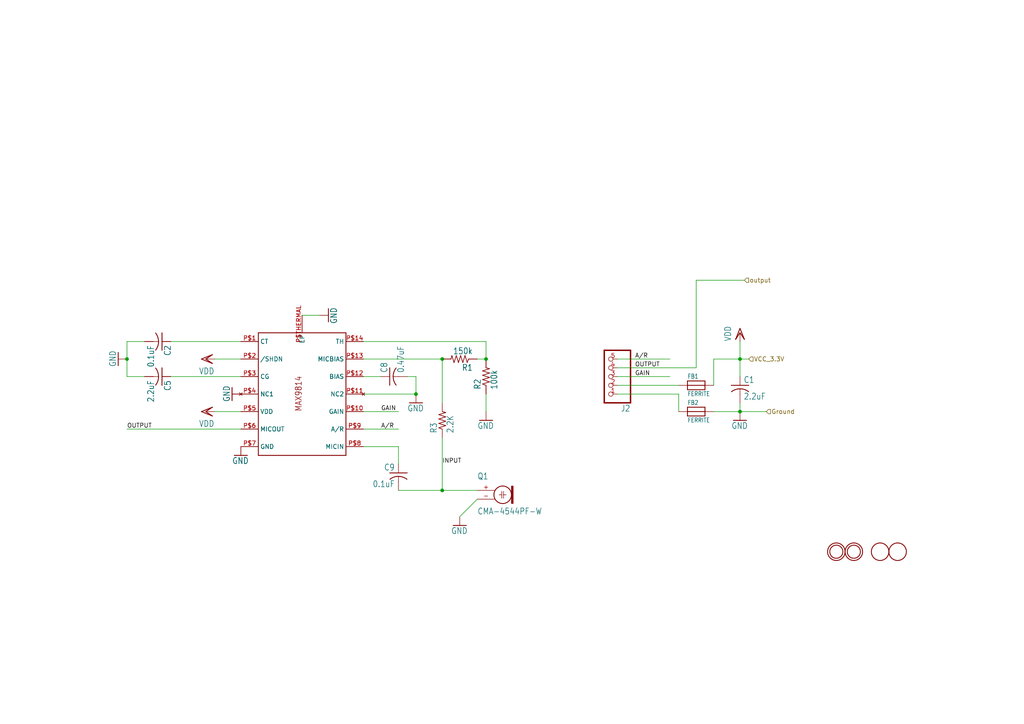
<source format=kicad_sch>
(kicad_sch (version 20231120) (generator "eeschema") (generator_version "8.0")
  (paper "A4")
  (lib_symbols
    (symbol "Adafruit MAX9814-eagle-import:C-USC0805K"
      (property "Reference" "C" (at 1.016 0.635 0))
      (symbol "C-USC0805K_1_0"
        (arc (start 0 -1.0161) (mid -1.302 -1.2303) (end -2.4668 -1.8504) (stroke (width 0.254)))
        (polyline (pts (xy -2.54 0) (xy 2.54 0)) (stroke (width 0.254)))
        (polyline (pts (xy 0 -1.016) (xy 0 -2.54)) (stroke (width 0.1524)))
        (arc (start 2.4892 -1.8541) (mid 1.3158 -1.2194) (end 0 -1) (stroke (width 0.254)))
        (pin passive line (at 0 2.54 270) (length 2.54) (name "1") (number "1"))
        (pin passive line (at 0 -5.08 90) (length 2.54) (name "2") (number "2"))
      )
    )
    (symbol "Adafruit MAX9814-eagle-import:ELECTRET"
      (property "Reference" "Q" (at -5.08 -7.62 0))
      (symbol "ELECTRET_1_0"
        (polyline (pts (xy 1.27 -1.27) (xy 2.032 -1.27)) (stroke (width 0.1524)))
        (polyline (pts (xy 2.032 -1.27) (xy 2.032 -2.286)) (stroke (width 0.1524)))
        (polyline (pts (xy 2.032 -0.254) (xy 2.032 -1.27)) (stroke (width 0.1524)))
        (polyline (pts (xy 2.54 -1.27) (xy 2.54 -2.286)) (stroke (width 0.1524)))
        (polyline (pts (xy 2.54 -1.27) (xy 3.302 -1.27)) (stroke (width 0.1524)))
        (polyline (pts (xy 2.54 -0.254) (xy 2.54 -1.27)) (stroke (width 0.1524)))
        (circle (center 2.286 -1.27) (radius 2.54) (stroke (width 0.254)))
        (rectangle (start 4.826 -3.81) (end 5.334 1.27) (fill (type outline)))
        (pin passive line (at -5.08 -2.54 0) (length 5.08) (name "2") (number "+"))
        (pin passive line (at -5.08 0 0) (length 5.08) (name "1") (number "-"))
      )
    )
    (symbol "Adafruit MAX9814-eagle-import:FERRITE0805"
      (property "Reference" "FB" (at -2.54 1.905 0))
      (symbol "FERRITE0805_1_0"
        (polyline (pts (xy -2.54 -1.27) (xy -2.54 0)) (stroke (width 0.254)))
        (polyline (pts (xy -2.54 0) (xy -2.54 1.27)) (stroke (width 0.254)))
        (polyline (pts (xy -2.54 0) (xy 2.54 0)) (stroke (width 0.254)))
        (polyline (pts (xy -2.54 1.27) (xy 2.54 1.27)) (stroke (width 0.254)))
        (polyline (pts (xy 2.54 -1.27) (xy -2.54 -1.27)) (stroke (width 0.254)))
        (polyline (pts (xy 2.54 0) (xy 2.54 -1.27)) (stroke (width 0.254)))
        (polyline (pts (xy 2.54 1.27) (xy 2.54 0)) (stroke (width 0.254)))
        (pin bidirectional line (at -5.08 0 0) (length 2.54) (name "P$1") (number "1"))
        (pin bidirectional line (at 5.08 0 180) (length 2.54) (name "P$2") (number "2"))
      )
    )
    (symbol "Adafruit MAX9814-eagle-import:FIDUCIAL"
      (symbol "FIDUCIAL_1_0"
        (circle (center 0 0) (radius 2.54) (stroke (width 0.254)))
      )
    )
    (symbol "Adafruit MAX9814-eagle-import:GND" (power)
      (symbol "GND_1_0"
        (polyline (pts (xy -1.905 0) (xy 1.905 0)) (stroke (width 0.254)))
        (pin power_in line (at 0 2.54 270) (length 2.54) (name "GND") (number "1"))
      )
    )
    (symbol "Adafruit MAX9814-eagle-import:HEADER-1X576MIL"
      (property "Reference" "JP" (at -6.35 8.255 0))
      (symbol "HEADER-1X576MIL_1_0"
        (polyline (pts (xy -6.35 -7.62) (xy 1.27 -7.62)) (stroke (width 0.4064)))
        (polyline (pts (xy -6.35 7.62) (xy -6.35 -7.62)) (stroke (width 0.4064)))
        (polyline (pts (xy 1.27 -7.62) (xy 1.27 7.62)) (stroke (width 0.4064)))
        (polyline (pts (xy 1.27 7.62) (xy -6.35 7.62)) (stroke (width 0.4064)))
        (pin passive inverted (at -2.54 5.08 0) (length 2.54) (name "1") (number "1"))
        (pin passive inverted (at -2.54 2.54 0) (length 2.54) (name "2") (number "2"))
        (pin passive inverted (at -2.54 0 0) (length 2.54) (name "3") (number "3"))
        (pin passive inverted (at -2.54 -2.54 0) (length 2.54) (name "4") (number "4"))
        (pin passive inverted (at -2.54 -5.08 0) (length 2.54) (name "5") (number "5"))
      )
    )
    (symbol "Adafruit MAX9814-eagle-import:MAX9814TDFN14"
      (symbol "MAX9814TDFN14_1_0"
        (polyline (pts (xy -12.7 -17.78) (xy -12.7 17.78)) (stroke (width 0.254)))
        (polyline (pts (xy -12.7 17.78) (xy 12.7 17.78)) (stroke (width 0.254)))
        (polyline (pts (xy 12.7 -17.78) (xy -12.7 -17.78)) (stroke (width 0.254)))
        (polyline (pts (xy 12.7 17.78) (xy 12.7 -17.78)) (stroke (width 0.254)))
        (text "MAX9814" (at 0 -5.08 900) (effects (font (size 1.778 1.5113)) (justify left bottom)))
        (pin bidirectional line (at -17.78 15.24 0) (length 5.08) (name "CT") (number "P$1"))
        (pin bidirectional line (at 17.78 -5.08 180) (length 5.08) (name "GAIN") (number "P$10"))
        (pin no_connect line (at 17.78 0 180) (length 5.08) (name "NC2") (number "P$11"))
        (pin bidirectional line (at 17.78 5.08 180) (length 5.08) (name "BIAS") (number "P$12"))
        (pin bidirectional line (at 17.78 10.16 180) (length 5.08) (name "MICBIAS") (number "P$13"))
        (pin bidirectional line (at 17.78 15.24 180) (length 5.08) (name "TH") (number "P$14"))
        (pin bidirectional line (at -17.78 10.16 0) (length 5.08) (name "/SHDN") (number "P$2"))
        (pin bidirectional line (at -17.78 5.08 0) (length 5.08) (name "CG") (number "P$3"))
        (pin no_connect line (at -17.78 0 0) (length 5.08) (name "NC1") (number "P$4"))
        (pin bidirectional line (at -17.78 -5.08 0) (length 5.08) (name "VDD") (number "P$5"))
        (pin bidirectional line (at -17.78 -10.16 0) (length 5.08) (name "MICOUT") (number "P$6"))
        (pin bidirectional line (at -17.78 -15.24 0) (length 5.08) (name "GND") (number "P$7"))
        (pin bidirectional line (at 17.78 -15.24 180) (length 5.08) (name "MICIN") (number "P$8"))
        (pin bidirectional line (at 17.78 -10.16 180) (length 5.08) (name "A/R") (number "P$9"))
        (pin bidirectional line (at 0 22.86 270) (length 5.08) (name "EP") (number "P$THERMAL"))
      )
    )
    (symbol "Adafruit MAX9814-eagle-import:MOUNTINGHOLE2.0"
      (symbol "MOUNTINGHOLE2.0_1_0"
        (circle (center 0 0) (radius 1.905) (stroke (width 0.254)))
        (circle (center 0 0) (radius 2.54) (stroke (width 0.254)))
      )
    )
    (symbol "Adafruit MAX9814-eagle-import:R-US_R0805"
      (property "Reference" "R" (at -3.81 1.4986 0))
      (symbol "R-US_R0805_1_0"
        (polyline (pts (xy -2.54 0) (xy -2.159 1.016)) (stroke (width 0.2032)))
        (polyline (pts (xy -2.159 1.016) (xy -1.524 -1.016)) (stroke (width 0.2032)))
        (polyline (pts (xy -1.524 -1.016) (xy -0.889 1.016)) (stroke (width 0.2032)))
        (polyline (pts (xy -0.889 1.016) (xy -0.254 -1.016)) (stroke (width 0.2032)))
        (polyline (pts (xy -0.254 -1.016) (xy 0.381 1.016)) (stroke (width 0.2032)))
        (polyline (pts (xy 0.381 1.016) (xy 1.016 -1.016)) (stroke (width 0.2032)))
        (polyline (pts (xy 1.016 -1.016) (xy 1.651 1.016)) (stroke (width 0.2032)))
        (polyline (pts (xy 1.651 1.016) (xy 2.286 -1.016)) (stroke (width 0.2032)))
        (polyline (pts (xy 2.286 -1.016) (xy 2.54 0)) (stroke (width 0.2032)))
        (pin passive line (at -5.08 0 0) (length 2.54) (name "1") (number "1"))
        (pin passive line (at 5.08 0 180) (length 2.54) (name "2") (number "2"))
      )
    )
    (symbol "Adafruit MAX9814-eagle-import:VDD" (power)
      (symbol "VDD_1_0"
        (polyline (pts (xy 0 0) (xy -1.27 -1.905)) (stroke (width 0.254)))
        (polyline (pts (xy 0 1.27) (xy -1.27 -1.905)) (stroke (width 0.254)))
        (polyline (pts (xy 1.27 -1.905) (xy 0 0)) (stroke (width 0.254)))
        (polyline (pts (xy 1.27 -1.905) (xy 0 1.27)) (stroke (width 0.254)))
        (pin power_in line (at 0 -2.54 90) (length 2.54) (name "VDD") (number "1"))
      )
    )
  )
  (junction (at 120.65 114.3))
  (junction (at 214.63 104.14))
  (junction (at 128.27 142.24))
  (junction (at 140.97 104.14))
  (junction (at 36.83 104.14))
  (junction (at 214.63 119.38))
  (junction (at 128.27 104.14))
  (wire (pts (xy 140.97 119.38) (xy 140.97 114.3)) (stroke (width 0.1524)))
  (wire (pts (xy 49.53 109.22) (xy 69.85 109.22)) (stroke (width 0.1524)))
  (wire (pts (xy 196.85 111.76) (xy 179.07 111.76)) (stroke (width 0.1524)))
  (wire (pts (xy 133.35 149.86) (xy 138.43 144.78)) (stroke (width 0.1524)))
  (wire (pts (xy 36.83 109.22) (xy 41.91 109.22)) (stroke (width 0.1524)))
  (wire (pts (xy 201.93 106.68) (xy 201.93 81.28)) (stroke (width 0.1524)))
  (wire (pts (xy 196.85 119.38) (xy 196.85 114.3)) (stroke (width 0.1524)))
  (wire (pts (xy 214.63 104.14) (xy 214.63 99.06)) (stroke (width 0.1524)))
  (wire (pts (xy 214.63 109.22) (xy 214.63 104.14)) (stroke (width 0.1524)))
  (wire (pts (xy 128.27 142.24) (xy 138.43 142.24)) (stroke (width 0.1524)))
  (wire (pts (xy 105.41 124.46) (xy 115.57 124.46)) (stroke (width 0.1524)))
  (wire (pts (xy 62.23 104.14) (xy 69.85 104.14)) (stroke (width 0.1524)))
  (wire (pts (xy 201.93 81.28) (xy 215.9 81.28)) (stroke (width 0.1524)))
  (wire (pts (xy 62.23 119.38) (xy 69.85 119.38)) (stroke (width 0.1524)))
  (wire (pts (xy 115.57 134.62) (xy 115.57 129.54)) (stroke (width 0.1524)))
  (wire (pts (xy 115.57 142.24) (xy 128.27 142.24)) (stroke (width 0.1524)))
  (wire (pts (xy 110.49 109.22) (xy 105.41 109.22)) (stroke (width 0.1524)))
  (wire (pts (xy 120.65 109.22) (xy 118.11 109.22)) (stroke (width 0.1524)))
  (wire (pts (xy 128.27 127) (xy 128.27 142.24)) (stroke (width 0.1524)))
  (wire (pts (xy 214.63 104.14) (xy 217.17 104.14)))
  (wire (pts (xy 128.27 104.14) (xy 128.27 116.84)) (stroke (width 0.1524)))
  (wire (pts (xy 41.91 99.06) (xy 36.83 99.06)) (stroke (width 0.1524)))
  (wire (pts (xy 105.41 119.38) (xy 115.57 119.38)) (stroke (width 0.1524)))
  (wire (pts (xy 214.63 104.14) (xy 207.01 104.14)) (stroke (width 0.1524)))
  (wire (pts (xy 214.63 116.84) (xy 214.63 119.38)) (stroke (width 0.1524)))
  (wire (pts (xy 207.01 104.14) (xy 207.01 111.76)) (stroke (width 0.1524)))
  (wire (pts (xy 120.65 114.3) (xy 105.41 114.3)) (stroke (width 0.1524)))
  (wire (pts (xy 49.53 99.06) (xy 69.85 99.06)) (stroke (width 0.1524)))
  (wire (pts (xy 140.97 104.14) (xy 138.43 104.14)) (stroke (width 0.1524)))
  (wire (pts (xy 120.65 114.3) (xy 120.65 109.22)) (stroke (width 0.1524)))
  (wire (pts (xy 92.71 91.44) (xy 87.63 91.44)) (stroke (width 0.1524)))
  (wire (pts (xy 179.07 109.22) (xy 194.31 109.22)) (stroke (width 0.1524)))
  (wire (pts (xy 36.83 104.14) (xy 36.83 109.22)) (stroke (width 0.1524)))
  (wire (pts (xy 179.07 106.68) (xy 201.93 106.68)) (stroke (width 0.1524)))
  (wire (pts (xy 140.97 99.06) (xy 140.97 104.14)) (stroke (width 0.1524)))
  (wire (pts (xy 36.83 99.06) (xy 36.83 104.14)) (stroke (width 0.1524)))
  (wire (pts (xy 214.63 119.38) (xy 207.01 119.38)) (stroke (width 0.1524)))
  (wire (pts (xy 105.41 104.14) (xy 128.27 104.14)) (stroke (width 0.1524)))
  (wire (pts (xy 214.63 119.38) (xy 222.25 119.38)))
  (wire (pts (xy 179.07 104.14) (xy 194.31 104.14)) (stroke (width 0.1524)))
  (wire (pts (xy 69.85 124.46) (xy 36.83 124.46)) (stroke (width 0.1524)))
  (wire (pts (xy 115.57 129.54) (xy 105.41 129.54)) (stroke (width 0.1524)))
  (wire (pts (xy 196.85 114.3) (xy 179.07 114.3)) (stroke (width 0.1524)))
  (wire (pts (xy 105.41 99.06) (xy 140.97 99.06)) (stroke (width 0.1524)))
  (label "OUTPUT" (at 36.83 124.46 0) (effects (font (size 1.2446 1.2446))))
  (label "OUTPUT" (at 184.15 106.68 0) (effects (font (size 1.2446 1.2446))))
  (label "GAIN" (at 110.49 119.38 0) (effects (font (size 1.2446 1.2446))))
  (label "A/R" (at 184.15 104.14 0) (effects (font (size 1.2446 1.2446))))
  (label "A/R" (at 110.49 124.46 0) (effects (font (size 1.2446 1.2446))))
  (label "GAIN" (at 184.15 109.22 0) (effects (font (size 1.2446 1.2446))))
  (label "INPUT" (at 128.27 134.62 0) (effects (font (size 1.2446 1.2446))))
  (hierarchical_label "Ground" (shape input) (at 222.25 119.38 0))
  (hierarchical_label "VCC_3.3V" (shape input) (at 217.17 104.14 0))
  (hierarchical_label "output" (shape input) (at 215.9 81.28 0))
  (symbol (lib_id "Adafruit MAX9814-eagle-import:R-US_R0805") (at 133.35 104.14 180) (unit 1)
    (property "Reference" "R1" (at 137.16 105.6386 0) (effects (font (size 1.778 1.5113)) (justify left bottom)))
    (property "Value" "150k" (at 137.16 100.838 0) (effects (font (size 1.778 1.5113)) (justify left bottom)))
    (property "Footprint" "Adafruit MAX9814:R0805" (effects (hide yes)))
  )
  (symbol (lib_id "Adafruit MAX9814-eagle-import:FERRITE0805") (at 201.93 111.76 0) (unit 1)
    (property "Reference" "FB1" (at 199.39 109.855 0) (effects (font (size 1.27 1.0795)) (justify left bottom)))
    (property "Value" "FERRITE" (at 199.39 114.935 0) (effects (font (size 1.27 1.0795)) (justify left bottom)))
    (property "Footprint" "Adafruit MAX9814:0805" (effects (hide yes)))
  )
  (symbol (lib_id "Adafruit MAX9814-eagle-import:GND") (at 120.65 116.84 0) (unit 1)
    (property "Reference" "#GND12" (effects (hide yes)))
    (property "Value" "GND" (at 118.11 119.38 0) (effects (font (size 1.778 1.5113)) (justify left bottom)))
  )
  (symbol (lib_id "Adafruit MAX9814-eagle-import:R-US_R0805") (at 128.27 121.92 90) (unit 1)
    (property "Reference" "R3" (at 126.7714 125.73 0) (effects (font (size 1.778 1.5113)) (justify left bottom)))
    (property "Value" "2.2K" (at 131.572 125.73 0) (effects (font (size 1.778 1.5113)) (justify left bottom)))
    (property "Footprint" "Adafruit MAX9814:R0805" (effects (hide yes)))
  )
  (symbol (lib_id "Adafruit MAX9814-eagle-import:GND") (at 140.97 121.92 0) (unit 1)
    (property "Reference" "#GND9" (effects (hide yes)))
    (property "Value" "GND" (at 138.43 124.46 0) (effects (font (size 1.778 1.5113)) (justify left bottom)))
  )
  (symbol (lib_id "Adafruit MAX9814-eagle-import:C-USC0805K") (at 214.63 111.76 0) (unit 1)
    (property "Reference" "C1" (at 215.646 111.125 0) (effects (font (size 1.778 1.5113)) (justify left bottom)))
    (property "Value" "2.2uF" (at 215.646 115.951 0) (effects (font (size 1.778 1.5113)) (justify left bottom)))
    (property "Footprint" "Adafruit MAX9814:C0805K" (effects (hide yes)))
  )
  (symbol (lib_id "Adafruit MAX9814-eagle-import:GND") (at 133.35 152.4 0) (unit 1)
    (property "Reference" "#GND5" (effects (hide yes)))
    (property "Value" "GND" (at 130.81 154.94 0) (effects (font (size 1.778 1.5113)) (justify left bottom)))
  )
  (symbol (lib_id "Adafruit MAX9814-eagle-import:GND") (at 67.31 114.3 270) (unit 1)
    (property "Reference" "#GND6" (effects (hide yes)))
    (property "Value" "GND" (at 64.77 111.76 0) (effects (font (size 1.778 1.5113)) (justify left bottom)))
  )
  (symbol (lib_id "Adafruit MAX9814-eagle-import:R-US_R0805") (at 140.97 109.22 90) (unit 1)
    (property "Reference" "R2" (at 139.4714 113.03 0) (effects (font (size 1.778 1.5113)) (justify left bottom)))
    (property "Value" "100k" (at 144.272 113.03 0) (effects (font (size 1.778 1.5113)) (justify left bottom)))
    (property "Footprint" "Adafruit MAX9814:R0805" (effects (hide yes)))
  )
  (symbol (lib_id "Adafruit MAX9814-eagle-import:C-USC0805K") (at 113.03 109.22 90) (unit 1)
    (property "Reference" "C8" (at 112.395 108.204 0) (effects (font (size 1.778 1.5113)) (justify left bottom)))
    (property "Value" "0.47uF" (at 117.221 108.204 0) (effects (font (size 1.778 1.5113)) (justify left bottom)))
    (property "Footprint" "Adafruit MAX9814:C0805K" (effects (hide yes)))
  )
  (symbol (lib_id "Adafruit MAX9814-eagle-import:GND") (at 95.25 91.44 90) (unit 1)
    (property "Reference" "#GND2" (effects (hide yes)))
    (property "Value" "GND" (at 97.79 93.98 0) (effects (font (size 1.778 1.5113)) (justify left bottom)))
  )
  (symbol (lib_id "Adafruit MAX9814-eagle-import:C-USC0805K") (at 46.99 109.22 270) (unit 1)
    (property "Reference" "C5" (at 47.625 110.236 0) (effects (font (size 1.778 1.5113)) (justify left bottom)))
    (property "Value" "2.2uF" (at 42.799 110.236 0) (effects (font (size 1.778 1.5113)) (justify left bottom)))
    (property "Footprint" "Adafruit MAX9814:C0805K" (effects (hide yes)))
  )
  (symbol (lib_id "Adafruit MAX9814-eagle-import:VDD") (at 214.63 96.52 0) (unit 1)
    (property "Reference" "#VDD1" (effects (hide yes)))
    (property "Value" "VDD" (at 212.09 99.06 90) (effects (font (size 1.778 1.5113)) (justify left bottom)))
  )
  (symbol (lib_id "Adafruit MAX9814-eagle-import:HEADER-1X576MIL") (at 176.53 109.22 180) (unit 1)
    (property "Reference" "J2" (at 182.88 117.475 0) (effects (font (size 1.778 1.5113)) (justify left bottom)))
    (property "Value" "HEADER-1X576MIL" (effects (hide yes)))
    (property "Footprint" "Adafruit MAX9814:1X05_ROUND_76" (effects (hide yes)))
  )
  (symbol (lib_id "Adafruit MAX9814-eagle-import:VDD") (at 59.69 119.38 90) (unit 1)
    (property "Reference" "#VDD8" (effects (hide yes)))
    (property "Value" "VDD" (at 62.23 121.92 90) (effects (font (size 1.778 1.5113)) (justify left bottom)))
  )
  (symbol (lib_id "Adafruit MAX9814-eagle-import:FERRITE0805") (at 201.93 119.38 0) (unit 1)
    (property "Reference" "FB2" (at 199.39 117.475 0) (effects (font (size 1.27 1.0795)) (justify left bottom)))
    (property "Value" "FERRITE" (at 199.39 122.555 0) (effects (font (size 1.27 1.0795)) (justify left bottom)))
    (property "Footprint" "Adafruit MAX9814:0805" (effects (hide yes)))
  )
  (symbol (lib_id "Adafruit MAX9814-eagle-import:MAX9814TDFN14") (at 87.63 114.3 0) (unit 1)
    (property "Reference" "U$1" (effects (hide yes)))
    (property "Value" "MAX9814TDFN14" (effects (hide yes)))
    (property "Footprint" "Adafruit MAX9814:TDFN14_3X3MM" (effects (hide yes)))
  )
  (symbol (lib_id "Adafruit MAX9814-eagle-import:VDD") (at 59.69 104.14 90) (unit 1)
    (property "Reference" "#VDD9" (effects (hide yes)))
    (property "Value" "VDD" (at 62.23 106.68 90) (effects (font (size 1.778 1.5113)) (justify left bottom)))
  )
  (symbol (lib_id "Adafruit MAX9814-eagle-import:ELECTRET") (at 143.51 144.78 0) (mirror x) (unit 1)
    (property "Reference" "Q1" (at 138.43 137.16 0) (effects (font (size 1.778 1.5113)) (justify left bottom)))
    (property "Value" "CMA-4544PF-W" (at 138.43 147.32 0) (effects (font (size 1.778 1.5113)) (justify left bottom)))
    (property "Footprint" "Adafruit MAX9814:9.7ELECTRET" (effects (hide yes)))
  )
  (symbol (lib_id "Adafruit MAX9814-eagle-import:GND") (at 34.29 104.14 270) (unit 1)
    (property "Reference" "#GND8" (effects (hide yes)))
    (property "Value" "GND" (at 31.75 101.6 0) (effects (font (size 1.778 1.5113)) (justify left bottom)))
  )
  (symbol (lib_id "Adafruit MAX9814-eagle-import:GND") (at 69.85 132.08 0) (unit 1)
    (property "Reference" "#GND10" (effects (hide yes)))
    (property "Value" "GND" (at 67.31 134.62 0) (effects (font (size 1.778 1.5113)) (justify left bottom)))
  )
  (symbol (lib_id "Adafruit MAX9814-eagle-import:FIDUCIAL") (at 255.27 160.02 0) (unit 1)
    (property "Reference" "U$3" (effects (hide yes)))
    (property "Value" "FIDUCIAL" (effects (hide yes)))
    (property "Footprint" "Adafruit MAX9814:FIDUCIAL_1MM" (effects (hide yes)))
  )
  (symbol (lib_id "Adafruit MAX9814-eagle-import:C-USC0805K") (at 115.57 137.16 0) (mirror y) (unit 1)
    (property "Reference" "C9" (at 114.554 136.525 0) (effects (font (size 1.778 1.5113)) (justify left bottom)))
    (property "Value" "0.1uF" (at 114.554 141.351 0) (effects (font (size 1.778 1.5113)) (justify left bottom)))
    (property "Footprint" "Adafruit MAX9814:C0805K" (effects (hide yes)))
  )
  (symbol (lib_id "Adafruit MAX9814-eagle-import:MOUNTINGHOLE2.0") (at 247.65 160.02 0) (unit 1)
    (property "Reference" "U$4" (effects (hide yes)))
    (property "Value" "MOUNTINGHOLE2.0" (effects (hide yes)))
    (property "Footprint" "Adafruit MAX9814:MOUNTINGHOLE_2.0_PLATED" (effects (hide yes)))
  )
  (symbol (lib_id "Adafruit MAX9814-eagle-import:MOUNTINGHOLE2.0") (at 242.57 160.02 0) (unit 1)
    (property "Reference" "U$5" (effects (hide yes)))
    (property "Value" "MOUNTINGHOLE2.0" (effects (hide yes)))
    (property "Footprint" "Adafruit MAX9814:MOUNTINGHOLE_2.0_PLATED" (effects (hide yes)))
  )
  (symbol (lib_id "Adafruit MAX9814-eagle-import:GND") (at 214.63 121.92 0) (unit 1)
    (property "Reference" "#GND1" (effects (hide yes)))
    (property "Value" "GND" (at 212.09 124.46 0) (effects (font (size 1.778 1.5113)) (justify left bottom)))
  )
  (symbol (lib_id "Adafruit MAX9814-eagle-import:FIDUCIAL") (at 260.35 160.02 0) (unit 1)
    (property "Reference" "U$2" (effects (hide yes)))
    (property "Value" "FIDUCIAL" (effects (hide yes)))
    (property "Footprint" "Adafruit MAX9814:FIDUCIAL_1MM" (effects (hide yes)))
  )
  (symbol (lib_id "Adafruit MAX9814-eagle-import:C-USC0805K") (at 46.99 99.06 270) (unit 1)
    (property "Reference" "C2" (at 47.625 100.076 0) (effects (font (size 1.778 1.5113)) (justify left bottom)))
    (property "Value" "0.1uF" (at 42.799 100.076 0) (effects (font (size 1.778 1.5113)) (justify left bottom)))
    (property "Footprint" "Adafruit MAX9814:C0805K" (effects (hide yes)))
  )
)
</source>
